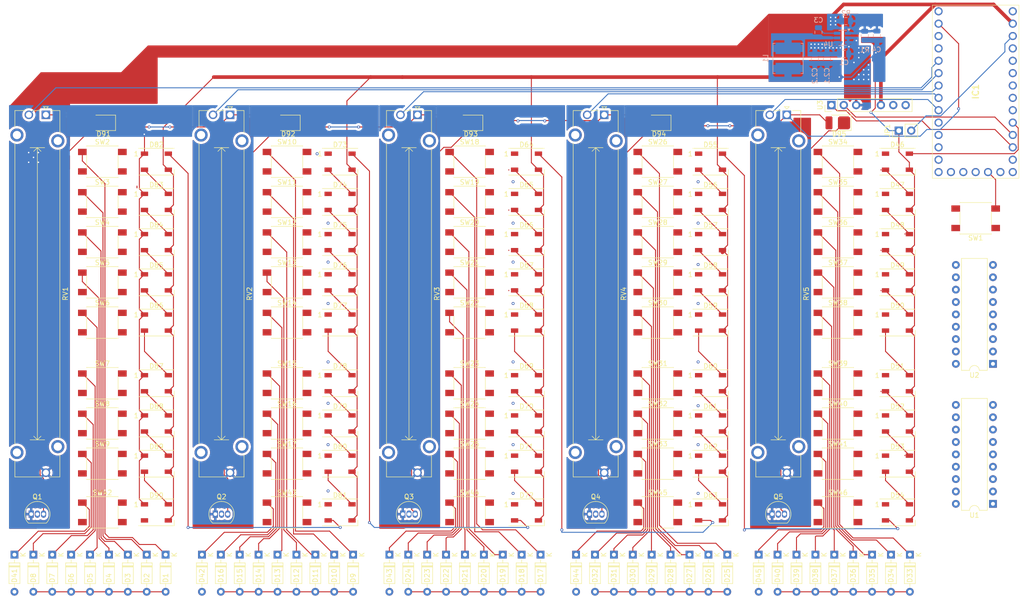
<source format=kicad_pcb>
(kicad_pcb
	(version 20240108)
	(generator "pcbnew")
	(generator_version "8.0")
	(general
		(thickness 1.6)
		(legacy_teardrops no)
	)
	(paper "A4")
	(layers
		(0 "F.Cu" signal)
		(31 "B.Cu" signal)
		(32 "B.Adhes" user "B.Adhesive")
		(33 "F.Adhes" user "F.Adhesive")
		(34 "B.Paste" user)
		(35 "F.Paste" user)
		(36 "B.SilkS" user "B.Silkscreen")
		(37 "F.SilkS" user "F.Silkscreen")
		(38 "B.Mask" user)
		(39 "F.Mask" user)
		(40 "Dwgs.User" user "User.Drawings")
		(41 "Cmts.User" user "User.Comments")
		(42 "Eco1.User" user "User.Eco1")
		(43 "Eco2.User" user "User.Eco2")
		(44 "Edge.Cuts" user)
		(45 "Margin" user)
		(46 "B.CrtYd" user "B.Courtyard")
		(47 "F.CrtYd" user "F.Courtyard")
		(48 "B.Fab" user)
		(49 "F.Fab" user)
		(50 "User.1" user)
		(51 "User.2" user)
		(52 "User.3" user)
		(53 "User.4" user)
		(54 "User.5" user)
		(55 "User.6" user)
		(56 "User.7" user)
		(57 "User.8" user)
		(58 "User.9" user)
	)
	(setup
		(pad_to_mask_clearance 0)
		(allow_soldermask_bridges_in_footprints no)
		(pcbplotparams
			(layerselection 0x00010fc_ffffffff)
			(plot_on_all_layers_selection 0x0000000_00000000)
			(disableapertmacros no)
			(usegerberextensions no)
			(usegerberattributes yes)
			(usegerberadvancedattributes yes)
			(creategerberjobfile yes)
			(dashed_line_dash_ratio 12.000000)
			(dashed_line_gap_ratio 3.000000)
			(svgprecision 4)
			(plotframeref no)
			(viasonmask no)
			(mode 1)
			(useauxorigin no)
			(hpglpennumber 1)
			(hpglpenspeed 20)
			(hpglpendiameter 15.000000)
			(pdf_front_fp_property_popups yes)
			(pdf_back_fp_property_popups yes)
			(dxfpolygonmode yes)
			(dxfimperialunits yes)
			(dxfusepcbnewfont yes)
			(psnegative no)
			(psa4output no)
			(plotreference yes)
			(plotvalue yes)
			(plotfptext yes)
			(plotinvisibletext no)
			(sketchpadsonfab no)
			(subtractmaskfromsilk no)
			(outputformat 1)
			(mirror no)
			(drillshape 1)
			(scaleselection 1)
			(outputdirectory "")
		)
	)
	(net 0 "")
	(net 1 "Ext Gnd")
	(net 2 "Net-(U3-Vout)")
	(net 3 "5v")
	(net 4 "Net-(U4-SW)")
	(net 5 "Net-(U4-BST)")
	(net 6 "Net-(U4-FB)")
	(net 7 "Net-(D1-K)")
	(net 8 "Column1")
	(net 9 "Net-(D2-K)")
	(net 10 "Net-(D3-K)")
	(net 11 "Net-(D4-K)")
	(net 12 "Net-(D5-K)")
	(net 13 "Net-(D6-K)")
	(net 14 "Net-(D7-K)")
	(net 15 "Net-(D8-K)")
	(net 16 "Net-(D9-K)")
	(net 17 "Column2")
	(net 18 "Net-(D10-K)")
	(net 19 "Net-(D11-K)")
	(net 20 "Net-(D12-K)")
	(net 21 "Net-(D13-K)")
	(net 22 "Net-(D14-K)")
	(net 23 "Net-(D15-K)")
	(net 24 "Net-(D16-K)")
	(net 25 "Net-(D17-K)")
	(net 26 "Column3")
	(net 27 "Net-(D18-K)")
	(net 28 "Net-(D19-K)")
	(net 29 "Net-(D20-K)")
	(net 30 "Net-(D21-K)")
	(net 31 "Net-(D22-K)")
	(net 32 "Net-(D23-K)")
	(net 33 "Net-(D24-K)")
	(net 34 "Column4")
	(net 35 "Net-(D25-K)")
	(net 36 "Net-(D26-K)")
	(net 37 "Net-(D27-K)")
	(net 38 "Net-(D28-K)")
	(net 39 "Net-(D29-K)")
	(net 40 "Net-(D30-K)")
	(net 41 "Net-(D31-K)")
	(net 42 "Net-(D32-K)")
	(net 43 "Net-(D33-K)")
	(net 44 "Column5")
	(net 45 "Net-(D34-K)")
	(net 46 "Net-(D35-K)")
	(net 47 "Net-(D36-K)")
	(net 48 "Net-(D37-K)")
	(net 49 "Net-(D38-K)")
	(net 50 "Net-(D39-K)")
	(net 51 "Net-(D40-K)")
	(net 52 "Column6")
	(net 53 "Net-(D41-K)")
	(net 54 "Net-(D42-K)")
	(net 55 "Net-(D43-K)")
	(net 56 "Net-(D44-K)")
	(net 57 "Net-(D45-K)")
	(net 58 "Net-(D46-DOUT)")
	(net 59 "NeoPixel")
	(net 60 "Net-(D47-DOUT)")
	(net 61 "Net-(D48-DOUT)")
	(net 62 "Net-(D49-DOUT)")
	(net 63 "Net-(D50-DOUT)")
	(net 64 "Net-(D51-DOUT)")
	(net 65 "Net-(D52-DOUT)")
	(net 66 "Net-(D53-DOUT)")
	(net 67 "Net-(D54-DOUT)")
	(net 68 "Net-(D55-DOUT)")
	(net 69 "Net-(D56-DOUT)")
	(net 70 "Net-(D57-DOUT)")
	(net 71 "Net-(D58-DOUT)")
	(net 72 "Net-(D59-DOUT)")
	(net 73 "Net-(D60-DOUT)")
	(net 74 "Net-(D61-DOUT)")
	(net 75 "Net-(D62-DOUT)")
	(net 76 "Net-(D63-DOUT)")
	(net 77 "Net-(D64-DOUT)")
	(net 78 "Net-(D65-DOUT)")
	(net 79 "Net-(D66-DOUT)")
	(net 80 "Net-(D67-DOUT)")
	(net 81 "Net-(D68-DOUT)")
	(net 82 "Net-(D69-DOUT)")
	(net 83 "Net-(D70-DOUT)")
	(net 84 "Net-(D71-DOUT)")
	(net 85 "Net-(D72-DOUT)")
	(net 86 "Net-(D73-DOUT)")
	(net 87 "Net-(D74-DOUT)")
	(net 88 "Net-(D75-DOUT)")
	(net 89 "Net-(D76-DOUT)")
	(net 90 "Net-(D77-DOUT)")
	(net 91 "Net-(D78-DOUT)")
	(net 92 "Net-(D79-DOUT)")
	(net 93 "Net-(D80-DOUT)")
	(net 94 "Net-(D81-DOUT)")
	(net 95 "Net-(D82-DOUT)")
	(net 96 "Net-(D83-DOUT)")
	(net 97 "Net-(D84-DOUT)")
	(net 98 "Net-(D85-DOUT)")
	(net 99 "Net-(D86-DOUT)")
	(net 100 "Net-(D87-DOUT)")
	(net 101 "Net-(D88-DOUT)")
	(net 102 "Net-(D89-DOUT)")
	(net 103 "unconnected-(D90-DOUT-Pad2)")
	(net 104 "3v3")
	(net 105 "Net-(D91-K)")
	(net 106 "Net-(D92-K)")
	(net 107 "Net-(D93-K)")
	(net 108 "Net-(D94-K)")
	(net 109 "Net-(D95-K)")
	(net 110 "SDA")
	(net 111 "unconnected-(IC1-RESET_1-Pad16)")
	(net 112 "unconnected-(IC1-A5-Pad10)")
	(net 113 "Ch2Zero")
	(net 114 "Pot2")
	(net 115 "unconnected-(IC1-2-Pad14)")
	(net 116 "unconnected-(IC1-RST-Pad1)")
	(net 117 "Recovery")
	(net 118 "unconnected-(IC1-VHI-Pad4)")
	(net 119 "Ch4Zero")
	(net 120 "Ch1Zero")
	(net 121 "Ch5Zero")
	(net 122 "Pot1")
	(net 123 "SPI_POCI")
	(net 124 "unconnected-(IC1-4-Pad19)")
	(net 125 "Pot3")
	(net 126 "unconnected-(IC1-RX-Pad20)")
	(net 127 "Ch3Zero")
	(net 128 "unconnected-(IC1-BAT-Pad33)")
	(net 129 "SPI_PICO")
	(net 130 "SCL")
	(net 131 "SPI_SCK")
	(net 132 "unconnected-(IC1-13-Pad30)")
	(net 133 "Pot4")
	(net 134 "unconnected-(IC1-AREF-Pad3)")
	(net 135 "unconnected-(IC1-TX-Pad21)")
	(net 136 "Pot5")
	(net 137 "unconnected-(IC1-RESET_2-Pad17)")
	(net 138 "unconnected-(IC1-EN-Pad15)")
	(net 139 "USB_5v")
	(net 140 "Row1")
	(net 141 "Row2")
	(net 142 "Row3")
	(net 143 "Row4")
	(net 144 "Row5")
	(net 145 "Row6")
	(net 146 "Row7")
	(net 147 "Row8")
	(net 148 "unconnected-(U1-CS-Pad7)")
	(net 149 "unconnected-(U1-INT-Pad8)")
	(net 150 "unconnected-(U1-~{RESET}-Pad6)")
	(net 151 "unconnected-(U1-GP7-Pad17)")
	(net 152 "unconnected-(U1-GP6-Pad16)")
	(net 153 "unconnected-(U2-INT-Pad8)")
	(net 154 "unconnected-(U2-~{RESET}-Pad6)")
	(net 155 "unconnected-(U2-CS-Pad7)")
	(net 156 "unconnected-(U3-D+-Pad6)")
	(net 157 "unconnected-(U3-D--Pad5)")
	(footprint "Potentiometer_THT:Potentiometer_Bourns_PTA6043_Single_Slide" (layer "F.Cu") (at 33.039064 42.75 -90))
	(footprint "Diode_THT:D_DO-35_SOD27_P7.62mm_Horizontal" (layer "F.Cu") (at 145.81875 133.09 -90))
	(footprint "LED_SMD:LED_WS2812B_PLCC4_5.0x5.0mm_P3.2mm" (layer "F.Cu") (at 207.935936 114.4))
	(footprint "ControlMixer:SW_Push_1P1T_NO_6x6mm" (layer "F.Cu") (at 158.7125 97.88))
	(footprint "Diode_THT:D_DO-35_SOD27_P7.62mm_Horizontal" (layer "F.Cu") (at 68.96875 133.09 -90))
	(footprint "ControlMixer:SW_Push_1P1T_NO_6x6mm" (layer "F.Cu") (at 195.7125 77.16))
	(footprint "ControlMixer:SW_Push_1P1T_NO_6x6mm" (layer "F.Cu") (at 195.7125 97.88))
	(footprint "ControlMixer:SW_Push_1P1T_NO_6x6mm" (layer "F.Cu") (at 44.639064 60.64))
	(footprint "Potentiometer_THT:Potentiometer_Bourns_PTA6043_Single_Slide" (layer "F.Cu") (at 70.8625 42.75 -90))
	(footprint "Diode_THT:D_DO-35_SOD27_P7.62mm_Horizontal" (layer "F.Cu") (at 45.989064 133.09 -90))
	(footprint "Diode_THT:D_DO-35_SOD27_P7.62mm_Horizontal" (layer "F.Cu") (at 76.73125 133.09 -90))
	(footprint "Diode_THT:D_DO-35_SOD27_P7.62mm_Horizontal" (layer "F.Cu") (at 88.375 133.09 -90))
	(footprint "Diode_THT:D_DO-35_SOD27_P7.62mm_Horizontal" (layer "F.Cu") (at 119.1125 133.09 -90))
	(footprint "LED_SMD:LED_WS2812B_PLCC4_5.0x5.0mm_P3.2mm" (layer "F.Cu") (at 207.935936 77.16))
	(footprint "ControlMixer:SW_Push_1P1T_NO_6x6mm" (layer "F.Cu") (at 120.0625 106.14))
	(footprint "ControlMixer:SW_Push_1P1T_NO_6x6mm" (layer "F.Cu") (at 195.7125 114.4))
	(footprint "LED_SMD:LED_WS2812B_PLCC4_5.0x5.0mm_P3.2mm" (layer "F.Cu") (at 207.935936 106.14))
	(footprint "LED_SMD:LED_WS2812B_PLCC4_5.0x5.0mm_P3.2mm" (layer "F.Cu") (at 93.4625 77.16))
	(footprint "ControlMixer:SW_Push_1P1T_NO_6x6mm" (layer "F.Cu") (at 44.639064 114.4))
	(footprint "ControlMixer:SW_Push_1P1T_NO_6x6mm" (layer "F.Cu") (at 195.7125 60.64))
	(footprint "LED_SMD:LED_WS2812B_PLCC4_5.0x5.0mm_P3.2mm" (layer "F.Cu") (at 131.751562 68.9))
	(footprint "Diode_THT:D_DO-35_SOD27_P7.62mm_Horizontal" (layer "F.Cu") (at 198.84375 133.09 -90))
	(footprint "Diode_THT:D_DO-35_SOD27_P7.62mm_Horizontal" (layer "F.Cu") (at 202.725 133.09 -90))
	(footprint "ControlMixer:SW_Push_1P1T_NO_6x6mm" (layer "F.Cu") (at 44.639064 124.4))
	(footprint "Diode_THT:D_DO-35_SOD27_P7.62mm_Horizontal" (layer "F.Cu") (at 42.107814 133.09 -90))
	(footprint "ControlMixer:SW_Push_1P1T_NO_6x6mm" (layer "F.Cu") (at 158.7125 85.42))
	(footprint "LED_SMD:LED_WS2812B_PLCC4_5.0x5.0mm_P3.2mm" (layer "F.Cu") (at 207.935936 60.64))
	(footprint "Diode_THT:D_DO-35_SOD27_P7.62mm_Horizontal" (layer "F.Cu") (at 96.1375 133.09 -90))
	(footprint "LED_SMD:LED_WS2812B_PLCC4_5.0x5.0mm_P3.2mm" (layer "F.Cu") (at 169.55 52.38))
	(footprint "ControlMixer:SW_Push_1P1T_NO_6x6mm" (layer "F.Cu") (at 44.639064 77.16))
	(footprint "Diode_THT:D_DO-35_SOD27_P7.62mm_Horizontal"
		(layer "F.Cu")
		(uuid "20bc884d-9c9c-4491-95f7-00c078e0aae5")
		(at 165.225 133.09 -90)
		(descr "Diode, DO-35_SOD27 series, Axial, Horizontal, pin pitch=7.62mm, , length*diameter=4*2mm^2, , http://www.diodes.com/_files/packages/DO-35.pdf")
		(tags "Diode DO-35_SOD27 series Axial Horizontal pin pitch 7.62mm  length 4mm diameter 2mm")
		(property "Reference" "D27"
			(at 4.31 0 90)
			(layer "F.SilkS")
			(uuid "78e4d830-1a7a-46c4-a091-8f1312c851b4")
			(effects
				(font
					(size 1 1)
					(thickness 0.15)
				)
			)
		)
		(property "Value" "1N4148"
			(at 3.81 2.12 90)
			(layer "F.Fab")
			(uuid "42a4fc1c-1ad1-4cfb-b0fd-69079db63dfe")
			(effects
				(font
					(size 1 1)
					(thickness 0.15)
				)
			)
		)
		(property "Footprint" "Diode_THT:D_DO-35_SOD27_P7.62mm_Horizontal"
			(at 0 0 -90)
			(unlocked yes)
			(layer "F.Fab")
			(hide yes)
			(uuid "ec3060f6-8424-4078-ab39-3de537602110")
			(effects
				(font
					(size 1.27 1.27)
				)
			)
		)
		(property "Datasheet" "https://assets.nexperia.com/documents/data-sheet/1N4148_1N4448.pdf"
			(at 0 0 -90)
			(unlocked yes)
			(layer "F.Fab")
			(hide yes)
			(uuid "60dec1fe-1afa-4400-966c-684ce5f38e5f")
			(effects
				(font
					(size 1.27 1.27)
				)
			)
		)
		(property "Description" "100V 0.15A standard switching diode, DO-35"
			(at 0 0 -90)
			(unlocked yes)
			(layer "F.Fab")
			(hide yes)
			(uuid "4dae07d1-afd5-4ae1-830d-5151a80dd6fd")
			(effects
				(font
					(size 1.27 1.27)
				)
			)
		)
		(property "Sim.Device" "D"
			(at 0 0 -90)
			(unlocked yes)
			(layer "F.Fab")
			(hide yes)
			(uuid "8c410b9b-a693-4c27-a4f5-1d3b5df24b8b")
			(effects
				(font
					(size 1 1)
					(thickness 0.15)
				)
			)
		)
		(property "Sim.Pins" "1=K 2=A"
			(at 0 0 -90)
			(unlocked yes)
			(layer "F.Fab")
			(hide yes)
			(uuid "0b1240f5-d088-4749-a465-270237c03858")
			(effects
				(font
					(size 1 1)
					(thickness 0.15)
				)
			)
		)
		(property ki_fp_filters "D*DO?35*")
		(path "/88e9764f-783f-4a4c-a433-f98101db7820/b18ce18f-2b60-46f8-b0ef-031303f3009e")
		(sheetname "Key Matrix")
		(sheetfile "KeyMatrix.kicad_sch")
		(attr through_hole)
		(fp_line
			(start 1.69 1.12)
			(end 5.93 1.12)
			(stroke
				(width 0.12)
				(type solid)
			)
			(layer "F.SilkS")
			(uuid "c783bace-8bf4-41ca-9ba0-ad1c8ae836bb")
		)
		(fp_line
			(start 5.93 1.12)
			(end 5.93 -1.12)
			(stroke
				(width 0.12)
				(type solid)
			)
			(layer "F.SilkS")
			(uuid "f376f52d-c5fe-47ac-9b38-8c4fe6c8d568")
		)
		(fp_line
			(start 1.04 0)
			(end 1.69 0)
			(stroke
				(width 0.12)
				(type solid)
			)
			(layer "F.SilkS")
			(uuid "b50d40c8-e788-4f89-b487-588cf63c5bba")
		)
		(fp_line
			(start 6.58 0)
			(end 5.93 0)
			(stroke
				(width 0.12)
				(type solid)
			)
			(layer "F.SilkS")
			(uuid "fd03438d-c7b0-4dd0-9df4-1bed005eaa99")
		)
		(fp_line
			(start 1.69 -1.12)
			(end 1.69 1.12)
			(stroke
				(width 0.12)
				(type solid)
			)
			(layer "F.SilkS")
			(uuid "c6ae4570-c1d4-4793-badf-6067597b735d")
		)
		(fp_line
			(start 2.29 -1.12)
			(end 2.29 1.12)
			(stroke
				(width 0.12)
				(type solid)
			)
			(layer "F.SilkS")
			(uuid "04d7a135-571f-494c-a618-7d5262c65afe")
		)
		(fp_line
			(start 2.41 -1.12)
			(end 2.41 1.12)
			(stroke
				(width 0.12)
				(type solid)
			)
			(layer "F.SilkS")
			(uuid "87838e79-4ffd-43e8-aa32-02fcf6f76c5a")
		)
		(fp_line
			(start 2.53 -1.12)
			(end 2.53 1.12)
			(stroke
				(width 0.12)
				(type solid)
			)
			(layer "F.SilkS")
			(uuid "e427f2af-de84-489b-aec5-f6b2ddbab45c")
		)
		(fp_line
			(start 5.93 -1.12)
			(end 1.69 -1.12)
			(stroke
				(width 0.12)
				(type solid)
			)
			(layer "F.SilkS")
			(uuid "e2ec5838-64ea-4242-9c4a-7920ae9e5173")
		)
		(fp_line
			(start -1.05 1.25)
			(end 8.67 1.25)
			(stroke
				(width 0.05)
				(type solid)
			)
			(layer "F.CrtYd")
			(uuid "608e08a8-17a2-4fdc-82ed-b443ef8a2709")
		)
		(fp_line
			(start 8.67 1.25)
			(end 8.67 -1.25)
			(stroke
				(width 0.05)
				(type solid)
			)
			(layer "F.CrtYd
... [1168558 chars truncated]
</source>
